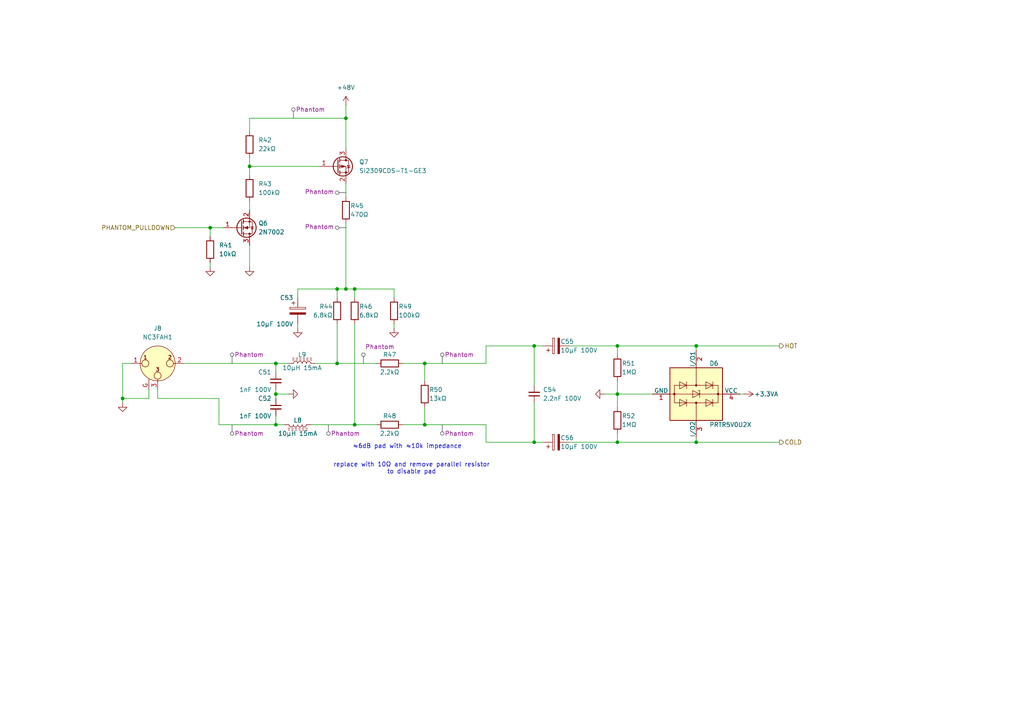
<source format=kicad_sch>
(kicad_sch (version 20250114) (generator "eeschema") (generator_version "9.0")
  (paper "A4")
  (lib_symbols
    (symbol "Connector_Audio:NC3FAH2" (pin_names (hide yes))
      (property "Reference" "J" (at 0 8.89 0))
      (property "Value" "NC3FAH2" (at 0 6.35 0))
      (symbol "NC3FAH2_0_1"
        (polyline (pts (xy -5.08 0) (xy -4.572 0)))
        (circle (center -3.556 0) (radius 1.016))
        (polyline (pts (xy -2.54 -5.08) (xy -2.54 -4.445)))
        (circle (center 0 0) (radius 5.08) (fill (type background)))
        (circle (center 0 -3.556) (radius 1.016))
        (polyline (pts (xy 0 -5.08) (xy 0 -4.572)))
        (circle (center 3.556 0) (radius 1.016))
        (polyline (pts (xy 5.08 0) (xy 4.572 0)))
        (text "1" (at -3.556 1.778 0) (effects (font (size 1.016 1.016) (bold yes))))
        (text "3" (at 0 -1.778 0) (effects (font (size 1.016 1.016) (bold yes))))
        (text "2" (at 3.556 1.778 0) (effects (font (size 1.016 1.016) (bold yes))))
        (pin passive line (at -7.62 0 0) (length 2.54) (name "~") (number "1"))
        (pin passive line (at 0 -7.62 90) (length 2.54) (name "~") (number "3"))
        (pin passive line (at 7.62 0 180) (length 2.54) (name "~") (number "2"))
      )
      (symbol "NC3FAH2_1_1"
        (pin passive line (at -2.54 -7.62 90) (length 2.54) (name "~") (number "G"))
      )
    )
    (symbol "Device:C_Polarized" (pin_numbers (hide yes)) (pin_names (offset 0.254))
      (property "Reference" "C" (at 0.635 2.54 0))
      (property "Value" "C_Polarized" (at 0.635 -2.54 0))
      (symbol "C_Polarized_0_1"
        (rectangle (start -2.286 0.508) (end 2.286 1.016))
        (polyline (pts (xy -1.778 2.286) (xy -0.762 2.286)))
        (polyline (pts (xy -1.27 2.794) (xy -1.27 1.778)))
        (rectangle (start 2.286 -0.508) (end -2.286 -1.016) (fill (type outline)))
      )
      (symbol "C_Polarized_1_1"
        (pin passive line (at 0 3.81 270) (length 2.794) (name "~") (number "1"))
        (pin passive line (at 0 -3.81 90) (length 2.794) (name "~") (number "2"))
      )
    )
    (symbol "Device:C_Small" (pin_numbers (hide yes)) (pin_names (offset 0.254) (hide yes))
      (property "Reference" "C" (at 0.254 1.778 0))
      (property "Value" "C_Small" (at 0.254 -2.032 0))
      (symbol "C_Small_0_1"
        (polyline (pts (xy -1.524 0.508) (xy 1.524 0.508)) (stroke (width 0.3048)))
        (polyline (pts (xy -1.524 -0.508) (xy 1.524 -0.508)) (stroke (width 0.3302)))
      )
      (symbol "C_Small_1_1"
        (pin passive line (at 0 2.54 270) (length 2.032) (name "~") (number "1"))
        (pin passive line (at 0 -2.54 90) (length 2.032) (name "~") (number "2"))
      )
    )
    (symbol "Device:L_Ferrite" (pin_numbers (hide yes)) (pin_names (offset 1.016) (hide yes))
      (property "Reference" "L" (at -1.27 0 90))
      (property "Value" "L_Ferrite" (at 2.794 0 90))
      (symbol "L_Ferrite_0_1"
        (arc (start 0 2.54) (mid 0.6323 1.905) (end 0 1.27))
        (arc (start 0 1.27) (mid 0.6323 0.635) (end 0 0))
        (arc (start 0 0) (mid 0.6323 -0.635) (end 0 -1.27))
        (arc (start 0 -1.27) (mid 0.6323 -1.905) (end 0 -2.54))
        (polyline (pts (xy 1.016 2.286) (xy 1.016 2.794)))
        (polyline (pts (xy 1.016 1.27) (xy 1.016 1.778)))
        (polyline (pts (xy 1.016 0.254) (xy 1.016 0.762)))
        (polyline (pts (xy 1.016 -0.762) (xy 1.016 -0.254)))
        (polyline (pts (xy 1.016 -1.778) (xy 1.016 -1.27)))
        (polyline (pts (xy 1.016 -2.794) (xy 1.016 -2.286)))
        (polyline (pts (xy 1.524 2.794) (xy 1.524 2.286)))
        (polyline (pts (xy 1.524 1.778) (xy 1.524 1.27)))
        (polyline (pts (xy 1.524 0.762) (xy 1.524 0.254)))
        (polyline (pts (xy 1.524 -0.254) (xy 1.524 -0.762)))
        (polyline (pts (xy 1.524 -1.27) (xy 1.524 -1.778)))
        (polyline (pts (xy 1.524 -2.286) (xy 1.524 -2.794)))
      )
      (symbol "L_Ferrite_1_1"
        (pin passive line (at 0 3.81 270) (length 1.27) (name "1") (number "1"))
        (pin passive line (at 0 -3.81 90) (length 1.27) (name "2") (number "2"))
      )
    )
    (symbol "Device:R" (pin_numbers (hide yes)) (pin_names (offset 0))
      (property "Reference" "R" (at 2.032 0 90))
      (property "Value" "R" (at 0 0 90))
      (symbol "R_0_1"
        (rectangle (start -1.016 -2.54) (end 1.016 2.54) (stroke (width 0.254)))
      )
      (symbol "R_1_1"
        (pin passive line (at 0 3.81 270) (length 1.27) (name "~") (number "1"))
        (pin passive line (at 0 -3.81 90) (length 1.27) (name "~") (number "2"))
      )
    )
    (symbol "Power_Protection:PRTR5V0U2X" (pin_names (offset 0))
      (property "Reference" "D" (at 2.794 8.636 0))
      (property "Value" "PRTR5V0U2X" (at 8.128 -9.398 0))
      (symbol "PRTR5V0U2X_0_1"
        (rectangle (start -7.62 -7.62) (end 7.62 7.62) (stroke (width 0.254)) (fill (type background)))
        (polyline (pts (xy -3.556 2.794) (xy -1.524 2.794) (xy -2.54 4.826) (xy -3.556 2.794)))
        (polyline (pts (xy -3.556 -4.826) (xy -1.524 -4.826) (xy -2.54 -2.794) (xy -3.556 -4.826)))
        (rectangle (start -2.54 6.35) (end 2.54 -6.35))
        (circle (center -2.54 0) (radius 0.254) (fill (type outline)))
        (polyline (pts (xy -2.54 0) (xy -7.62 0)))
        (polyline (pts (xy -1.524 4.826) (xy -3.556 4.826)))
        (polyline (pts (xy -1.524 -2.794) (xy -3.556 -2.794)))
        (polyline (pts (xy -1.016 -1.016) (xy 1.016 -1.016) (xy 0 1.016) (xy -1.016 -1.016)))
        (circle (center 0 6.35) (radius 0.254) (fill (type outline)))
        (circle (center 0 -6.35) (radius 0.254) (fill (type outline)))
        (polyline (pts (xy 0 -7.62) (xy 0 7.62)))
        (polyline (pts (xy 1.016 1.016) (xy -1.016 1.016) (xy -1.016 0.508)))
        (polyline (pts (xy 1.524 4.826) (xy 3.556 4.826)))
        (polyline (pts (xy 1.524 -2.794) (xy 3.556 -2.794)))
        (polyline (pts (xy 2.54 0) (xy 7.62 0)))
        (circle (center 2.54 0) (radius 0.254) (fill (type outline)))
        (polyline (pts (xy 3.556 2.794) (xy 1.524 2.794) (xy 2.54 4.826) (xy 3.556 2.794)))
        (polyline (pts (xy 3.556 -4.826) (xy 1.524 -4.826) (xy 2.54 -2.794) (xy 3.556 -4.826)))
      )
      (symbol "PRTR5V0U2X_1_1"
        (pin passive line (at -12.7 0 0) (length 5.08) (name "I/O1") (number "2"))
        (pin passive line (at 0 12.7 270) (length 5.08) (name "VCC") (number "4"))
        (pin passive line (at 0 -12.7 90) (length 5.08) (name "GND") (number "1"))
        (pin passive line (at 12.7 0 180) (length 5.08) (name "I/O2") (number "3"))
      )
    )
    (symbol "Transistor_FET:2N7002" (pin_names (offset 0) (hide yes))
      (property "Reference" "Q" (at 5.08 1.905 0))
      (property "Value" "2N7002" (at 5.08 0 0))
      (symbol "2N7002_0_1"
        (polyline (pts (xy 0.254 1.905) (xy 0.254 -1.905)) (stroke (width 0.254)))
        (polyline (pts (xy 0.254 0) (xy -2.54 0)))
        (polyline (pts (xy 0.762 2.286) (xy 0.762 1.27)) (stroke (width 0.254)))
        (polyline (pts (xy 0.762 0.508) (xy 0.762 -0.508)) (stroke (width 0.254)))
        (polyline (pts (xy 0.762 -1.27) (xy 0.762 -2.286)) (stroke (width 0.254)))
        (polyline (pts (xy 0.762 -1.778) (xy 3.302 -1.778) (xy 3.302 1.778) (xy 0.762 1.778)))
        (polyline (pts (xy 1.016 0) (xy 2.032 0.381) (xy 2.032 -0.381) (xy 1.016 0)) (fill (type outline)))
        (circle (center 1.651 0) (radius 2.794) (stroke (width 0.254)))
        (polyline (pts (xy 2.54 2.54) (xy 2.54 1.778)))
        (circle (center 2.54 1.778) (radius 0.254) (fill (type outline)))
        (circle (center 2.54 -1.778) (radius 0.254) (fill (type outline)))
        (polyline (pts (xy 2.54 -2.54) (xy 2.54 0) (xy 0.762 0)))
        (polyline (pts (xy 2.921 0.381) (xy 3.683 0.381)))
        (polyline (pts (xy 3.302 0.381) (xy 2.921 -0.254) (xy 3.683 -0.254) (xy 3.302 0.381)))
      )
      (symbol "2N7002_1_1"
        (pin input line (at -5.08 0 0) (length 2.54) (name "G") (number "1"))
        (pin passive line (at 2.54 5.08 270) (length 2.54) (name "D") (number "3"))
        (pin passive line (at 2.54 -5.08 90) (length 2.54) (name "S") (number "2"))
      )
    )
    (symbol "Transistor_FET:Si2371EDS" (pin_names (hide yes))
      (property "Reference" "Q" (at 5.08 1.905 0))
      (property "Value" "Si2371EDS" (at 5.08 0 0))
      (symbol "Si2371EDS_0_1"
        (polyline (pts (xy 0.254 1.905) (xy 0.254 -1.905)) (stroke (width 0.254)))
        (polyline (pts (xy 0.254 0) (xy -2.54 0)))
        (polyline (pts (xy 0.762 2.286) (xy 0.762 1.27)) (stroke (width 0.254)))
        (polyline (pts (xy 0.762 1.778) (xy 3.302 1.778) (xy 3.302 -1.778) (xy 0.762 -1.778)))
        (polyline (pts (xy 0.762 0.508) (xy 0.762 -0.508)) (stroke (width 0.254)))
        (polyline (pts (xy 0.762 -1.27) (xy 0.762 -2.286)) (stroke (width 0.254)))
        (circle (center 1.651 0) (radius 2.794) (stroke (width 0.254)))
        (polyline (pts (xy 2.286 0) (xy 1.27 0.381) (xy 1.27 -0.381) (xy 2.286 0)) (fill (type outline)))
        (polyline (pts (xy 2.54 2.54) (xy 2.54 1.778)))
        (circle (center 2.54 1.778) (radius 0.254) (fill (type outline)))
        (circle (center 2.54 -1.778) (radius 0.254) (fill (type outline)))
        (polyline (pts (xy 2.54 -2.54) (xy 2.54 0) (xy 0.762 0)))
        (polyline (pts (xy 2.794 -0.508) (xy 2.921 -0.381) (xy 3.683 -0.381) (xy 3.81 -0.254)))
        (polyline (pts (xy 3.302 -0.381) (xy 2.921 0.254) (xy 3.683 0.254) (xy 3.302 -0.381)))
      )
      (symbol "Si2371EDS_1_1"
        (pin input line (at -5.08 0 0) (length 2.54) (name "G") (number "1"))
        (pin passive line (at 2.54 5.08 270) (length 2.54) (name "D") (number "3"))
        (pin passive line (at 2.54 -5.08 90) (length 2.54) (name "S") (number "2"))
      )
    )
    (symbol "power:+3.3VA" (power) (pin_numbers (hide yes)) (pin_names (offset 0) (hide yes))
      (property "Value" "+3.3VA" (at 0 3.556 0))
      (symbol "+3.3VA_0_1"
        (polyline (pts (xy -0.762 1.27) (xy 0 2.54)))
        (polyline (pts (xy 0 2.54) (xy 0.762 1.27)))
        (polyline (pts (xy 0 0) (xy 0 2.54)))
      )
      (symbol "+3.3VA_1_1"
        (pin power_in line (at 0 0 90) (length 0) (name "~") (number "1"))
      )
    )
    (symbol "power:+48V" (power) (pin_numbers (hide yes)) (pin_names (offset 0) (hide yes))
      (property "Value" "+48V" (at 0 3.556 0))
      (symbol "+48V_0_1"
        (polyline (pts (xy -0.762 1.27) (xy 0 2.54)))
        (polyline (pts (xy 0 2.54) (xy 0.762 1.27)))
        (polyline (pts (xy 0 0) (xy 0 2.54)))
      )
      (symbol "+48V_1_1"
        (pin power_in line (at 0 0 90) (length 0) (name "~") (number "1"))
      )
    )
    (symbol "power:GND" (power) (pin_numbers (hide yes)) (pin_names (offset 0) (hide yes))
      (property "Value" "GND" (at 0 -3.81 0))
      (symbol "GND_0_1"
        (polyline (pts (xy 0 0) (xy 0 -1.27) (xy 1.27 -1.27) (xy 0 -2.54) (xy -1.27 -1.27) (xy 0 -1.27)))
      )
      (symbol "GND_1_1"
        (pin power_in line (at 0 0 270) (length 0) (name "~") (number "1"))
      )
    )
  )
  (text "replace with 10Ω and remove parallel resistor\nto disable pad" (at 119.38 135.89 0) (effects (font (size 1.27 1.27))))
  (text "≈6dB pad with ≈10k impedance" (at 118.11 129.54 0) (effects (font (size 1.27 1.27))))
  (junction (at 80.01 114.3))
  (junction (at 154.94 100.33))
  (junction (at 123.19 105.41))
  (junction (at 97.79 83.82))
  (junction (at 102.87 83.82))
  (junction (at 179.07 128.27))
  (junction (at 97.79 105.41))
  (junction (at 72.39 48.26))
  (junction (at 100.33 83.82))
  (junction (at 60.96 66.04))
  (junction (at 123.19 123.19))
  (junction (at 179.07 114.3))
  (junction (at 201.93 128.27))
  (junction (at 80.01 123.19))
  (junction (at 154.94 128.27))
  (junction (at 100.33 34.29))
  (junction (at 80.01 105.41))
  (junction (at 179.07 100.33))
  (junction (at 201.93 100.33))
  (junction (at 102.87 123.19))
  (junction (at 35.56 115.57))
  (wire (pts (xy 80.01 123.19) (xy 63.5 123.19)))
  (wire (pts (xy 80.01 105.41) (xy 80.01 107.95)))
  (wire (pts (xy 92.71 48.26) (xy 72.39 48.26)))
  (wire (pts (xy 72.39 38.1) (xy 72.39 34.29)))
  (wire (pts (xy 154.94 100.33) (xy 157.48 100.33)))
  (wire (pts (xy 86.36 86.36) (xy 86.36 83.82)))
  (wire (pts (xy 50.8 66.04) (xy 60.96 66.04)))
  (wire (pts (xy 179.07 125.73) (xy 179.07 128.27)))
  (wire (pts (xy 97.79 83.82) (xy 100.33 83.82)))
  (wire (pts (xy 100.33 30.48) (xy 100.33 34.29)))
  (wire (pts (xy 100.33 34.29) (xy 100.33 43.18)))
  (wire (pts (xy 123.19 118.11) (xy 123.19 123.19)))
  (wire (pts (xy 140.97 128.27) (xy 140.97 123.19)))
  (wire (pts (xy 72.39 60.96) (xy 72.39 58.42)))
  (wire (pts (xy 35.56 105.41) (xy 35.56 115.57)))
  (wire (pts (xy 100.33 64.77) (xy 100.33 83.82)))
  (wire (pts (xy 80.01 114.3) (xy 80.01 115.57)))
  (wire (pts (xy 72.39 45.72) (xy 72.39 48.26)))
  (wire (pts (xy 80.01 113.03) (xy 80.01 114.3)))
  (wire (pts (xy 140.97 128.27) (xy 154.94 128.27)))
  (wire (pts (xy 97.79 105.41) (xy 91.44 105.41)))
  (wire (pts (xy 45.72 113.03) (xy 45.72 115.57)))
  (wire (pts (xy 86.36 95.25) (xy 86.36 93.98)))
  (wire (pts (xy 80.01 114.3) (xy 83.82 114.3)))
  (wire (pts (xy 64.77 66.04) (xy 60.96 66.04)))
  (wire (pts (xy 80.01 105.41) (xy 83.82 105.41)))
  (wire (pts (xy 201.93 100.33) (xy 201.93 101.6)))
  (wire (pts (xy 45.72 115.57) (xy 63.5 115.57)))
  (wire (pts (xy 38.1 105.41) (xy 35.56 105.41)))
  (wire (pts (xy 72.39 77.47) (xy 72.39 71.12)))
  (wire (pts (xy 179.07 100.33) (xy 201.93 100.33)))
  (wire (pts (xy 90.17 123.19) (xy 102.87 123.19)))
  (wire (pts (xy 165.1 128.27) (xy 179.07 128.27)))
  (wire (pts (xy 53.34 105.41) (xy 80.01 105.41)))
  (wire (pts (xy 179.07 110.49) (xy 179.07 114.3)))
  (wire (pts (xy 102.87 83.82) (xy 114.3 83.82)))
  (wire (pts (xy 201.93 100.33) (xy 226.06 100.33)))
  (wire (pts (xy 116.84 123.19) (xy 123.19 123.19)))
  (wire (pts (xy 100.33 53.34) (xy 100.33 57.15)))
  (wire (pts (xy 154.94 128.27) (xy 157.48 128.27)))
  (wire (pts (xy 175.26 114.3) (xy 179.07 114.3)))
  (wire (pts (xy 72.39 34.29) (xy 100.33 34.29)))
  (wire (pts (xy 179.07 128.27) (xy 201.93 128.27)))
  (wire (pts (xy 154.94 100.33) (xy 154.94 111.76)))
  (wire (pts (xy 179.07 114.3) (xy 189.23 114.3)))
  (wire (pts (xy 97.79 86.36) (xy 97.79 83.82)))
  (wire (pts (xy 214.63 114.3) (xy 215.9 114.3)))
  (wire (pts (xy 179.07 114.3) (xy 179.07 118.11)))
  (wire (pts (xy 100.33 83.82) (xy 102.87 83.82)))
  (wire (pts (xy 86.36 83.82) (xy 97.79 83.82)))
  (wire (pts (xy 123.19 123.19) (xy 140.97 123.19)))
  (wire (pts (xy 165.1 100.33) (xy 179.07 100.33)))
  (wire (pts (xy 102.87 123.19) (xy 109.22 123.19)))
  (wire (pts (xy 140.97 105.41) (xy 140.97 100.33)))
  (wire (pts (xy 116.84 105.41) (xy 123.19 105.41)))
  (wire (pts (xy 123.19 105.41) (xy 123.19 110.49)))
  (wire (pts (xy 154.94 116.84) (xy 154.94 128.27)))
  (wire (pts (xy 123.19 105.41) (xy 140.97 105.41)))
  (wire (pts (xy 97.79 105.41) (xy 109.22 105.41)))
  (wire (pts (xy 201.93 128.27) (xy 226.06 128.27)))
  (wire (pts (xy 80.01 123.19) (xy 82.55 123.19)))
  (wire (pts (xy 97.79 93.98) (xy 97.79 105.41)))
  (wire (pts (xy 60.96 77.47) (xy 60.96 76.2)))
  (wire (pts (xy 140.97 100.33) (xy 154.94 100.33)))
  (wire (pts (xy 63.5 123.19) (xy 63.5 115.57)))
  (wire (pts (xy 102.87 93.98) (xy 102.87 123.19)))
  (wire (pts (xy 102.87 86.36) (xy 102.87 83.82)))
  (wire (pts (xy 35.56 115.57) (xy 43.18 115.57)))
  (wire (pts (xy 201.93 127) (xy 201.93 128.27)))
  (wire (pts (xy 179.07 100.33) (xy 179.07 102.87)))
  (wire (pts (xy 60.96 66.04) (xy 60.96 68.58)))
  (wire (pts (xy 35.56 115.57) (xy 35.56 116.84)))
  (wire (pts (xy 114.3 95.25) (xy 114.3 93.98)))
  (wire (pts (xy 80.01 120.65) (xy 80.01 123.19)))
  (wire (pts (xy 72.39 48.26) (xy 72.39 50.8)))
  (wire (pts (xy 43.18 113.03) (xy 43.18 115.57)))
  (wire (pts (xy 114.3 86.36) (xy 114.3 83.82)))
  (hierarchical_label "HOT" (shape output) (at 226.06 100.33 0))
  (hierarchical_label "PHANTOM_PULLDOWN" (shape input) (at 50.8 66.04 180))
  (hierarchical_label "COLD" (shape output) (at 226.06 128.27 0))
  (netclass_flag "" (length 2.54) (shape round) (at 128.27 105.41 0) (property "Netclass" "Phantom" (at 128.9685 102.87 0) (effects (justify left))))
  (netclass_flag "" (length 2.54) (shape round) (at 67.31 123.19 180) (property "Netclass" "Phantom" (at 68.0085 125.73 0) (effects (justify left))))
  (netclass_flag "" (length 2.54) (shape round) (at 100.33 66.04 90) (property "Netclass" "Phantom" (at 88.392 65.786 0) (effects (justify left))))
  (netclass_flag "" (length 2.54) (shape round) (at 100.33 55.88 90) (property "Netclass" "Phantom" (at 88.392 55.626 0) (effects (justify left))))
  (netclass_flag "" (length 2.54) (shape round) (at 67.31 105.41 0) (property "Netclass" "Phantom" (at 68.0085 102.87 0) (effects (justify left))))
  (netclass_flag "" (length 2.54) (shape round) (at 85.09 34.29 0) (property "Netclass" "Phantom" (at 85.7885 31.75 0) (effects (justify left))))
  (netclass_flag "" (length 2.54) (shape round) (at 105.41 105.41 0) (property "Netclass" "Phantom" (at 105.918 100.584 0) (effects (justify left))))
  (netclass_flag "" (length 2.54) (shape round) (at 95.25 123.19 180) (property "Netclass" "Phantom" (at 95.9485 125.73 0) (effects (justify left))))
  (netclass_flag "" (length 2.54) (shape round) (at 128.27 123.19 180) (property "Netclass" "Phantom" (at 128.9685 125.73 0) (effects (justify left))))
  (symbol (lib_id "Device:R") (at 113.03 123.19 90) (mirror x) (unit 1)
    (property "Reference" "R24" (at 113.03 120.65 90))
    (property "Value" "2.2kΩ" (at 113.03 125.73 90))
    (property "Footprint" "Resistor_SMD:R_0805_2012Metric" (effects (hide yes)))
    (property "Description" "Resistor" (effects (hide yes)))
    (property "MPN" "R 2.2kΩ 125mW 1% 0805" (effects (hide yes)))
    (instances (project "audio_board" (path "" (reference "R48") (unit 1)) (path "" (reference "R36") (unit 1)) (path "" (reference "R24") (unit 1))))
  )
  (symbol (lib_id "Device:R") (at 113.03 105.41 90) (unit 1)
    (property "Reference" "R23" (at 113.03 102.87 90))
    (property "Value" "2.2kΩ" (at 113.03 107.95 90))
    (property "Footprint" "Resistor_SMD:R_0805_2012Metric" (effects (hide yes)))
    (property "Description" "Resistor" (effects (hide yes)))
    (property "MPN" "R 2.2kΩ 125mW 1% 0805" (effects (hide yes)))
    (instances (project "audio_board" (path "" (reference "R47") (unit 1)) (path "" (reference "R35") (unit 1)) (path "" (reference "R23") (unit 1))))
  )
  (symbol (lib_id "power:GND") (at 83.82 114.3 90) (unit 1)
    (property "Reference" "#PWR091" (effects (hide yes)))
    (property "Value" "GND" (effects (hide yes)))
    (property "Description" "Power symbol creates a global label with name \"GND\" , ground" (effects (hide yes)))
    (instances (project "audio_board" (path "" (reference "#PWR0109") (unit 1)) (path "" (reference "#PWR0100") (unit 1)) (path "" (reference "#PWR091") (unit 1))))
  )
  (symbol (lib_id "Device:R") (at 102.87 90.17 0) (unit 1)
    (property "Reference" "R22" (at 104.14 88.9 0) (effects (justify left)))
    (property "Value" "6.8kΩ" (at 104.14 91.44 0) (effects (justify left)))
    (property "Footprint" "Resistor_SMD:R_0805_2012Metric" (effects (hide yes)))
    (property "Description" "Resistor" (effects (hide yes)))
    (property "MPN" "R 6.8kΩ 125mW 1% 0805" (effects (hide yes)))
    (instances (project "audio_board" (path "" (reference "R46") (unit 1)) (path "" (reference "R34") (unit 1)) (path "" (reference "R22") (unit 1))))
  )
  (symbol (lib_id "Power_Protection:PRTR5V0U2X") (at 201.93 114.3 270) (unit 1)
    (property "Reference" "D4" (at 205.74 105.41 90) (effects (justify left)))
    (property "Value" "PRTR5V0U2X" (at 205.74 123.19 90) (effects (justify left)))
    (property "Footprint" "Package_TO_SOT_SMD:SOT-143" (effects (hide yes)))
    (property "Datasheet" "https://assets.nexperia.com/documents/data-sheet/PRTR5V0U2X.pdf" (effects (hide yes)))
    (property "Description" "Ultra low capacitance double rail-to-rail ESD protection diode, SOT-143" (effects (hide yes)))
    (property "MPN" "PRTR5V0U2X,215" (effects (hide yes)))
    (instances (project "audio_board" (path "" (reference "D6") (unit 1)) (path "" (reference "D5") (unit 1)) (path "" (reference "D4") (unit 1))))
  )
  (symbol (lib_id "power:GND") (at 60.96 77.47 0) (mirror y) (unit 1)
    (property "Reference" "#PWR089" (effects (hide yes)))
    (property "Value" "GND" (effects (hide yes)))
    (property "Description" "Power symbol creates a global label with name \"GND\" , ground" (effects (hide yes)))
    (instances (project "audio_board" (path "" (reference "#PWR0107") (unit 1)) (path "" (reference "#PWR098") (unit 1)) (path "" (reference "#PWR089") (unit 1))))
  )
  (symbol (lib_id "Device:C_Polarized") (at 86.36 90.17 0) (unit 1)
    (property "Reference" "C41" (at 85.09 86.36 0) (effects (justify right)))
    (property "Value" "10μF 100V" (at 85.09 93.98 0) (effects (justify right)))
    (property "Footprint" "Capacitor_THT:CP_Radial_D5.0mm_P2.00mm" (effects (hide yes)))
    (property "Description" "Polarized capacitor" (effects (hide yes)))
    (property "MPN" "C 10μF 100V P2" (effects (hide yes)))
    (instances (project "audio_board" (path "" (reference "C53") (unit 1)) (path "" (reference "C47") (unit 1)) (path "" (reference "C41") (unit 1))))
  )
  (symbol (lib_id "Device:R") (at 179.07 106.68 0) (unit 1)
    (property "Reference" "R27" (at 180.34 105.41 0) (effects (justify left)))
    (property "Value" "1MΩ" (at 180.34 107.95 0) (effects (justify left)))
    (property "Footprint" "Resistor_SMD:R_0805_2012Metric" (effects (hide yes)))
    (property "Description" "Resistor" (effects (hide yes)))
    (property "MPN" "R 1MΩ 125mW 1% 0805" (effects (hide yes)))
    (instances (project "audio_board" (path "" (reference "R51") (unit 1)) (path "" (reference "R39") (unit 1)) (path "" (reference "R27") (unit 1))))
  )
  (symbol (lib_id "power:GND") (at 175.26 114.3 270) (unit 1)
    (property "Reference" "#PWR095" (effects (hide yes)))
    (property "Value" "GND" (effects (hide yes)))
    (property "Description" "Power symbol creates a global label with name \"GND\" , ground" (effects (hide yes)))
    (instances (project "audio_board" (path "" (reference "#PWR0113") (unit 1)) (path "" (reference "#PWR0104") (unit 1)) (path "" (reference "#PWR095") (unit 1))))
  )
  (symbol (lib_id "Device:L_Ferrite") (at 86.36 123.19 90) (mirror x) (unit 1)
    (property "Reference" "L4" (at 86.36 121.92 90))
    (property "Value" "10μH 15mA" (at 86.36 125.73 90))
    (property "Footprint" "Inductor_SMD:L_0805_2012Metric" (effects (hide yes)))
    (property "Description" "Inductor with ferrite core" (effects (hide yes)))
    (property "MPN" "LQM21FN100N00L" (effects (hide yes)))
    (instances (project "audio_board" (path "" (reference "L8") (unit 1)) (path "" (reference "L6") (unit 1)) (path "" (reference "L4") (unit 1))))
  )
  (symbol (lib_id "Transistor_FET:Si2371EDS") (at 97.79 48.26 0) (unit 1)
    (property "Reference" "Q3" (at 104.14 46.9899 0) (effects (justify left)))
    (property "Value" "SI2309CDS-T1-GE3" (at 104.14 49.5299 0) (effects (justify left)))
    (property "Footprint" "Package_TO_SOT_SMD:SOT-23" (effects (hide yes)))
    (property "Datasheet" "http://www.vishay.com/docs/63924/si2371eds.pdf" (effects (hide yes)))
    (property "MPN" "SI2309CDS-T1-GE3" (effects (hide yes)))
    (instances (project "audio_board" (path "" (reference "Q7") (unit 1)) (path "" (reference "Q5") (unit 1)) (path "" (reference "Q3") (unit 1))))
  )
  (symbol (lib_id "Connector_Audio:NC3FAH2") (at 45.72 105.41 0) (unit 1)
    (property "Reference" "J6" (at 45.72 95.25 0))
    (property "Value" "NC3FAH1" (at 45.72 97.79 0))
    (property "Footprint" "conn:Jack_XLR_Neutrik_NC3FAH2-LR-DAE_Horizontal" (effects (hide yes)))
    (property "Datasheet" "https://www.neutrik.com/en/product/nc3fah2" (effects (hide yes)))
    (property "Description" "A Series, 3 pole female XLR receptacle, grounding: separate ground contact to mating connector shell and front panel, horizontal PCB mount" (effects (hide yes)))
    (property "MPN" "NC3FAH1" (effects (hide yes)))
    (instances (project "audio_board" (path "" (reference "J8") (unit 1)) (path "" (reference "J7") (unit 1)) (path "" (reference "J6") (unit 1))))
  )
  (symbol (lib_id "Device:R") (at 72.39 54.61 0) (mirror y) (unit 1)
    (property "Reference" "R19" (at 74.93 53.3399 0) (effects (justify right)))
    (property "Value" "100kΩ" (at 74.93 55.8799 0) (effects (justify right)))
    (property "Footprint" "Resistor_SMD:R_0805_2012Metric" (effects (hide yes)))
    (property "Description" "Resistor" (effects (hide yes)))
    (property "MPN" "R 100kΩ 125mW 1% 0805" (effects (hide yes)))
    (instances (project "audio_board" (path "" (reference "R43") (unit 1)) (path "" (reference "R31") (unit 1)) (path "" (reference "R19") (unit 1))))
  )
  (symbol (lib_id "Device:C_Polarized") (at 161.29 100.33 90) (unit 1)
    (property "Reference" "C43" (at 162.56 99.06 90) (effects (justify right)))
    (property "Value" "10μF 100V" (at 162.56 101.6 90) (effects (justify right)))
    (property "Footprint" "Capacitor_THT:CP_Radial_D5.0mm_P2.00mm" (effects (hide yes)))
    (property "Description" "Polarized capacitor" (effects (hide yes)))
    (property "MPN" "C 10μF 100V P2" (effects (hide yes)))
    (instances (project "audio_board" (path "" (reference "C55") (unit 1)) (path "" (reference "C49") (unit 1)) (path "" (reference "C43") (unit 1))))
  )
  (symbol (lib_id "Device:C_Small") (at 80.01 118.11 0) (unit 1)
    (property "Reference" "C40" (at 78.74 115.57 0) (effects (justify right)))
    (property "Value" "1nF 100V" (at 78.74 120.65 0) (effects (justify right)))
    (property "Footprint" "Capacitor_SMD:C_0805_2012Metric" (effects (hide yes)))
    (property "Description" "Unpolarized capacitor, small symbol" (effects (hide yes)))
    (property "MPN" "C 1nF 100V 0805" (effects (hide yes)))
    (instances (project "audio_board" (path "" (reference "C52") (unit 1)) (path "" (reference "C46") (unit 1)) (path "" (reference "C40") (unit 1))))
  )
  (symbol (lib_id "Device:R") (at 97.79 90.17 0) (mirror y) (unit 1)
    (property "Reference" "R20" (at 96.52 88.9 0) (effects (justify left)))
    (property "Value" "6.8kΩ" (at 96.52 91.44 0) (effects (justify left)))
    (property "Footprint" "Resistor_SMD:R_0805_2012Metric" (effects (hide yes)))
    (property "Description" "Resistor" (effects (hide yes)))
    (property "MPN" "R 6.8kΩ 125mW 1% 0805" (effects (hide yes)))
    (instances (project "audio_board" (path "" (reference "R44") (unit 1)) (path "" (reference "R32") (unit 1)) (path "" (reference "R20") (unit 1))))
  )
  (symbol (lib_id "Transistor_FET:2N7002") (at 69.85 66.04 0) (mirror x) (unit 1)
    (property "Reference" "Q2" (at 74.93 64.77 0) (effects (justify left)))
    (property "Value" "2N7002" (at 74.93 67.31 0) (effects (justify left)))
    (property "Footprint" "Package_TO_SOT_SMD:SOT-23" (effects (hide yes)))
    (property "Datasheet" "https://www.onsemi.com/pub/Collateral/NDS7002A-D.PDF" (effects (hide yes)))
    (property "Description" "0.115A Id, 60V Vds, N-Channel MOSFET, SOT-23" (effects (hide yes)))
    (property "MPN" "2N7002" (effects (hide yes)))
    (instances (project "audio_board" (path "" (reference "Q6") (unit 1)) (path "" (reference "Q4") (unit 1)) (path "" (reference "Q2") (unit 1))))
  )
  (symbol (lib_id "Device:L_Ferrite") (at 87.63 105.41 90) (unit 1)
    (property "Reference" "L5" (at 87.63 102.87 90))
    (property "Value" "10μH 15mA" (at 87.63 106.68 90))
    (property "Footprint" "Inductor_SMD:L_0805_2012Metric" (effects (hide yes)))
    (property "Description" "Inductor with ferrite core" (effects (hide yes)))
    (property "MPN" "LQM21FN100N00L" (effects (hide yes)))
    (instances (project "audio_board" (path "" (reference "L9") (unit 1)) (path "" (reference "L7") (unit 1)) (path "" (reference "L5") (unit 1))))
  )
  (symbol (lib_id "power:GND") (at 35.56 116.84 0) (unit 1)
    (property "Reference" "#PWR088" (effects (hide yes)))
    (property "Value" "GND" (effects (hide yes)))
    (property "Description" "Power symbol creates a global label with name \"GND\" , ground" (effects (hide yes)))
    (instances (project "audio_board" (path "" (reference "#PWR0106") (unit 1)) (path "" (reference "#PWR097") (unit 1)) (path "" (reference "#PWR088") (unit 1))))
  )
  (symbol (lib_id "Device:C_Small") (at 154.94 114.3 180) (unit 1)
    (property "Reference" "C42" (at 157.48 113.0235 0) (effects (justify right)))
    (property "Value" "2.2nF 100V" (at 157.48 115.5635 0) (effects (justify right)))
    (property "Footprint" "Capacitor_SMD:C_0805_2012Metric" (effects (hide yes)))
    (property "Description" "Unpolarized capacitor, small symbol" (effects (hide yes)))
    (property "MPN" "C 2.2nF 100V 0805" (effects (hide yes)))
    (instances (project "audio_board" (path "" (reference "C54") (unit 1)) (path "" (reference "C48") (unit 1)) (path "" (reference "C42") (unit 1))))
  )
  (symbol (lib_id "power:GND") (at 114.3 95.25 0) (unit 1)
    (property "Reference" "#PWR094" (effects (hide yes)))
    (property "Value" "GND" (effects (hide yes)))
    (property "Description" "Power symbol creates a global label with name \"GND\" , ground" (effects (hide yes)))
    (instances (project "audio_board" (path "" (reference "#PWR0112") (unit 1)) (path "" (reference "#PWR0103") (unit 1)) (path "" (reference "#PWR094") (unit 1))))
  )
  (symbol (lib_id "power:GND") (at 72.39 77.47 0) (mirror y) (unit 1)
    (property "Reference" "#PWR090" (effects (hide yes)))
    (property "Value" "GND" (effects (hide yes)))
    (property "Description" "Power symbol creates a global label with name \"GND\" , ground" (effects (hide yes)))
    (instances (project "audio_board" (path "" (reference "#PWR0108") (unit 1)) (path "" (reference "#PWR099") (unit 1)) (path "" (reference "#PWR090") (unit 1))))
  )
  (symbol (lib_id "power:+48V") (at 100.33 30.48 0) (unit 1)
    (property "Reference" "#PWR093" (effects (hide yes)))
    (property "Value" "+48V" (at 100.33 25.4 0))
    (property "Description" "Power symbol creates a global label with name \"+48V\"" (effects (hide yes)))
    (instances (project "audio_board" (path "" (reference "#PWR0111") (unit 1)) (path "" (reference "#PWR0102") (unit 1)) (path "" (reference "#PWR093") (unit 1))))
  )
  (symbol (lib_id "power:GND") (at 86.36 95.25 0) (unit 1)
    (property "Reference" "#PWR092" (effects (hide yes)))
    (property "Value" "GND" (effects (hide yes)))
    (property "Description" "Power symbol creates a global label with name \"GND\" , ground" (effects (hide yes)))
    (instances (project "audio_board" (path "" (reference "#PWR0110") (unit 1)) (path "" (reference "#PWR0101") (unit 1)) (path "" (reference "#PWR092") (unit 1))))
  )
  (symbol (lib_id "Device:C_Polarized") (at 161.29 128.27 90) (unit 1)
    (property "Reference" "C44" (at 162.56 127 90) (effects (justify right)))
    (property "Value" "10μF 100V" (at 162.56 129.54 90) (effects (justify right)))
    (property "Footprint" "Capacitor_THT:CP_Radial_D5.0mm_P2.00mm" (effects (hide yes)))
    (property "Description" "Polarized capacitor" (effects (hide yes)))
    (property "MPN" "C 10μF 100V P2" (effects (hide yes)))
    (instances (project "audio_board" (path "" (reference "C56") (unit 1)) (path "" (reference "C50") (unit 1)) (path "" (reference "C44") (unit 1))))
  )
  (symbol (lib_id "Device:R") (at 114.3 90.17 0) (unit 1)
    (property "Reference" "R25" (at 115.57 88.9 0) (effects (justify left)))
    (property "Value" "100kΩ" (at 115.57 91.44 0) (effects (justify left)))
    (property "Footprint" "Resistor_SMD:R_0805_2012Metric" (effects (hide yes)))
    (property "Description" "Resistor" (effects (hide yes)))
    (property "MPN" "R 100kΩ 125mW 1% 0805" (effects (hide yes)))
    (instances (project "audio_board" (path "" (reference "R49") (unit 1)) (path "" (reference "R37") (unit 1)) (path "" (reference "R25") (unit 1))))
  )
  (symbol (lib_id "power:+3.3VA") (at 215.9 114.3 270) (unit 1)
    (property "Reference" "#PWR096" (effects (hide yes)))
    (property "Value" "+3.3VA" (at 222.25 114.3 90))
    (property "Description" "Power symbol creates a global label with name \"+3.3VA\"" (effects (hide yes)))
    (instances (project "audio_board" (path "" (reference "#PWR0114") (unit 1)) (path "" (reference "#PWR0105") (unit 1)) (path "" (reference "#PWR096") (unit 1))))
  )
  (symbol (lib_id "Device:R") (at 179.07 121.92 0) (unit 1)
    (property "Reference" "R28" (at 180.34 120.65 0) (effects (justify left)))
    (property "Value" "1MΩ" (at 180.34 123.19 0) (effects (justify left)))
    (property "Footprint" "Resistor_SMD:R_0805_2012Metric" (effects (hide yes)))
    (property "Description" "Resistor" (effects (hide yes)))
    (property "MPN" "R 1MΩ 125mW 1% 0805" (effects (hide yes)))
    (instances (project "audio_board" (path "" (reference "R52") (unit 1)) (path "" (reference "R40") (unit 1)) (path "" (reference "R28") (unit 1))))
  )
  (symbol (lib_id "Device:R") (at 72.39 41.91 0) (mirror y) (unit 1)
    (property "Reference" "R18" (at 74.93 40.6399 0) (effects (justify right)))
    (property "Value" "22kΩ" (at 74.93 43.1799 0) (effects (justify right)))
    (property "Footprint" "Resistor_SMD:R_0805_2012Metric" (effects (hide yes)))
    (property "Description" "Resistor" (effects (hide yes)))
    (property "MPN" "R 22kΩ 125mW 1% 0805" (effects (hide yes)))
    (instances (project "audio_board" (path "" (reference "R42") (unit 1)) (path "" (reference "R30") (unit 1)) (path "" (reference "R18") (unit 1))))
  )
  (symbol (lib_id "Device:R") (at 100.33 60.96 0) (unit 1)
    (property "Reference" "R21" (at 101.6 59.69 0) (effects (justify left)))
    (property "Value" "470Ω" (at 101.6 62.23 0) (effects (justify left)))
    (property "Footprint" "Resistor_SMD:R_0805_2012Metric" (effects (hide yes)))
    (property "Description" "Resistor" (effects (hide yes)))
    (property "MPN" "R 470Ω 125mW 1% 0805" (effects (hide yes)))
    (instances (project "audio_board" (path "" (reference "R45") (unit 1)) (path "" (reference "R33") (unit 1)) (path "" (reference "R21") (unit 1))))
  )
  (symbol (lib_id "Device:R") (at 123.19 114.3 0) (unit 1)
    (property "Reference" "R26" (at 124.46 113.03 0) (effects (justify left)))
    (property "Value" "13kΩ" (at 124.46 115.57 0) (effects (justify left)))
    (property "Footprint" "Resistor_SMD:R_0805_2012Metric" (effects (hide yes)))
    (property "Description" "Resistor" (effects (hide yes)))
    (property "MPN" "R 13kΩ 125mW 1% 0805" (effects (hide yes)))
    (instances (project "audio_board" (path "" (reference "R50") (unit 1)) (path "" (reference "R38") (unit 1)) (path "" (reference "R26") (unit 1))))
  )
  (symbol (lib_id "Device:C_Small") (at 80.01 110.49 0) (unit 1)
    (property "Reference" "C39" (at 78.74 107.95 0) (effects (justify right)))
    (property "Value" "1nF 100V" (at 78.74 113.03 0) (effects (justify right)))
    (property "Footprint" "Capacitor_SMD:C_0805_2012Metric" (effects (hide yes)))
    (property "Description" "Unpolarized capacitor, small symbol" (effects (hide yes)))
    (property "MPN" "C 1nF 100V 0805" (effects (hide yes)))
    (instances (project "audio_board" (path "" (reference "C51") (unit 1)) (path "" (reference "C45") (unit 1)) (path "" (reference "C39") (unit 1))))
  )
  (symbol (lib_id "Device:R") (at 60.96 72.39 0) (mirror y) (unit 1)
    (property "Reference" "R17" (at 63.5 71.1199 0) (effects (justify right)))
    (property "Value" "10kΩ" (at 63.5 73.6599 0) (effects (justify right)))
    (property "Footprint" "Resistor_SMD:R_0805_2012Metric" (effects (hide yes)))
    (property "Description" "Resistor" (effects (hide yes)))
    (property "MPN" "R 10kΩ 125mW 1% 0805" (effects (hide yes)))
    (instances (project "audio_board" (path "" (reference "R41") (unit 1)) (path "" (reference "R29") (unit 1)) (path "" (reference "R17") (unit 1))))
  )
)
</source>
